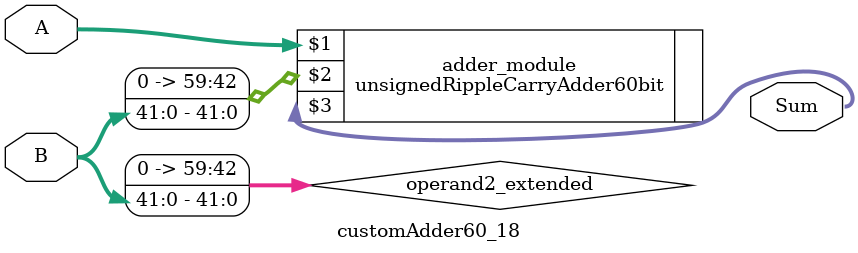
<source format=v>
module customAdder60_18(
                        input [59 : 0] A,
                        input [41 : 0] B,
                        
                        output [60 : 0] Sum
                );

        wire [59 : 0] operand2_extended;
        
        assign operand2_extended =  {18'b0, B};
        
        unsignedRippleCarryAdder60bit adder_module(
            A,
            operand2_extended,
            Sum
        );
        
        endmodule
        
</source>
